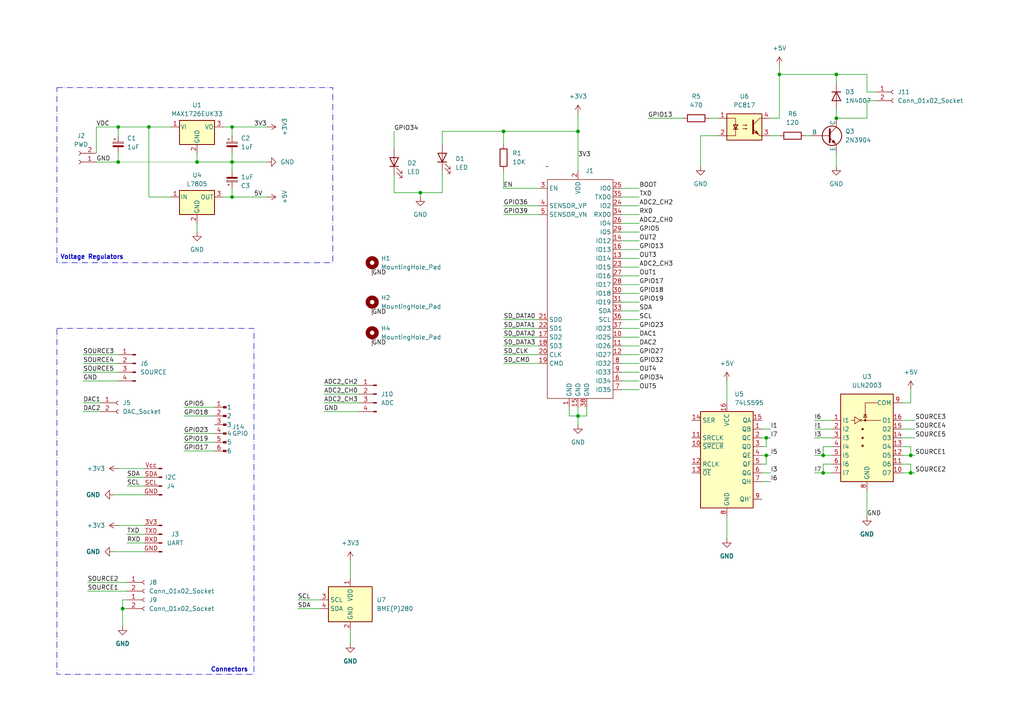
<source format=kicad_sch>
(kicad_sch (version 20231120) (generator "eeschema") (generator_version "8.0")
  (paper "A4")
  (lib_symbols
    (symbol "+5V_1" (power) (pin_numbers hide) (pin_names (offset 0) hide)
      (property "Value" "+5V" (at 0 3.556 0))
      (symbol "+5V_1_1_1"
        (pin power_in line (at 0 0 90) (length 0) (name "~") (number "1"))
      )
    )
    (symbol "+5V_2" (power) (pin_numbers hide) (pin_names (offset 0) hide)
      (property "Value" "+5V" (at 0 3.556 0))
      (symbol "+5V_2_1_1"
        (pin power_in line (at 0 0 90) (length 0) (name "~") (number "1"))
      )
    )
    (symbol "74xx:74LS595"
      (property "Reference" "U" (at -7.62 13.97 0))
      (property "Value" "74LS595" (at -7.62 -16.51 0))
      (symbol "74LS595_1_0"
        (pin tri_state line (at 10.16 7.62 180) (length 2.54) (name "QB") (number "1"))
        (pin input line (at -10.16 2.54 0) (length 2.54) (name "~{SRCLR}") (number "10"))
        (pin input line (at -10.16 5.08 0) (length 2.54) (name "SRCLK") (number "11"))
        (pin input line (at -10.16 -2.54 0) (length 2.54) (name "RCLK") (number "12"))
        (pin input line (at -10.16 -5.08 0) (length 2.54) (name "~{OE}") (number "13"))
        (pin input line (at -10.16 10.16 0) (length 2.54) (name "SER") (number "14"))
        (pin tri_state line (at 10.16 10.16 180) (length 2.54) (name "QA") (number "15"))
        (pin power_in line (at 0 15.24 270) (length 2.54) (name "VCC") (number "16"))
        (pin tri_state line (at 10.16 5.08 180) (length 2.54) (name "QC") (number "2"))
        (pin tri_state line (at 10.16 2.54 180) (length 2.54) (name "QD") (number "3"))
        (pin tri_state line (at 10.16 0 180) (length 2.54) (name "QE") (number "4"))
        (pin tri_state line (at 10.16 -2.54 180) (length 2.54) (name "QF") (number "5"))
        (pin tri_state line (at 10.16 -5.08 180) (length 2.54) (name "QG") (number "6"))
        (pin tri_state line (at 10.16 -7.62 180) (length 2.54) (name "QH") (number "7"))
        (pin power_in line (at 0 -17.78 90) (length 2.54) (name "GND") (number "8"))
        (pin output line (at 10.16 -12.7 180) (length 2.54) (name "QH'") (number "9"))
      )
    )
    (symbol "Alexander Symbol Library:BME(P)280"
      (property "Reference" "U" (at -7.62 10.16 0))
      (property "Value" "BME(P)280" (at 5.08 10.16 0))
      (symbol "BME(P)280_1_1"
        (pin power_in line (at -1.27 10.16 270) (length 2.54) (name "VDD") (number "1"))
        (pin power_out line (at -1.27 -5.08 90) (length 2.54) (name "GND") (number "2"))
        (pin input line (at -10.16 3.81 0) (length 2.54) (name "SCL") (number "3"))
        (pin bidirectional line (at -10.16 1.27 0) (length 2.54) (name "SDA") (number "4"))
      )
    )
    (symbol "Alexander_Library_Symbols:Conn_2x3" (pin_names (offset 1.016))
      (property "Reference" "J" (at 0 0 0))
      (symbol "Conn_2x3_1_1"
        (pin bidirectional line (at -2.54 -2.54 0) (length 2.54) (name "1") (number "1"))
        (pin bidirectional line (at -2.54 -5.08 0) (length 2.54) (name "2") (number "2"))
        (pin bidirectional line (at -2.54 -7.62 0) (length 2.54) (name "3") (number "3"))
        (pin bidirectional line (at -2.54 -10.16 0) (length 2.54) (name "4") (number "4"))
        (pin bidirectional line (at -2.54 -12.7 0) (length 2.54) (name "5") (number "5"))
        (pin bidirectional line (at -2.54 -15.24 0) (length 2.54) (name "6") (number "6"))
      )
    )
    (symbol "Alexander_Library_Symbols:Conn_I2C_01x04" (pin_names (offset 1.016) hide)
      (property "Reference" "J" (at 0 5.08 0))
      (property "Value" "I2C" (at 0 -7.62 0))
      (symbol "Conn_I2C_01x04_1_1"
        (pin power_out line (at 5.08 -5.08 180) (length 3.81) (name "GND") (number "GND"))
        (pin bidirectional line (at 5.08 -2.54 180) (length 3.81) (name "SCL") (number "SCL"))
        (pin bidirectional line (at 5.08 0 180) (length 3.81) (name "SDA") (number "SDA"))
        (pin power_in line (at 5.08 2.54 180) (length 3.81) (name "VCC") (number "Vcc"))
      )
    )
    (symbol "Alexander_Library_Symbols:ESP32-WROOM-32D-SOCKET"
      (property "Reference" "J" (at 0 0 0))
      (symbol "ESP32-WROOM-32D-SOCKET_1_1"
        (pin power_out line (at 6.35 -69.85 90) (length 2.54) (name "GND") (number "1"))
        (pin bidirectional line (at 21.59 -49.53 180) (length 2.54) (name "IO25") (number "10"))
        (pin bidirectional line (at 21.59 -52.07 180) (length 2.54) (name "IO26") (number "11"))
        (pin bidirectional line (at 21.59 -54.61 180) (length 2.54) (name "IO27") (number "12"))
        (pin bidirectional line (at 21.59 -26.67 180) (length 2.54) (name "IO14") (number "13"))
        (pin bidirectional line (at 21.59 -21.59 180) (length 2.54) (name "IO12") (number "14"))
        (pin power_out line (at 8.89 -69.85 90) (length 2.54) (name "GND") (number "15"))
        (pin bidirectional line (at 21.59 -24.13 180) (length 2.54) (name "IO13") (number "16"))
        (pin input line (at -2.54 -49.53 0) (length 2.54) (name "SD2") (number "17"))
        (pin input line (at -2.54 -52.07 0) (length 2.54) (name "SD3") (number "18"))
        (pin input line (at -2.54 -57.15 0) (length 2.54) (name "CMD") (number "19"))
        (pin power_in line (at 8.89 -1.27 270) (length 2.54) (name "VDD") (number "2"))
        (pin input line (at -2.54 -54.61 0) (length 2.54) (name "CLK") (number "20"))
        (pin input line (at -2.54 -44.45 0) (length 2.54) (name "SD0") (number "21"))
        (pin input line (at -2.54 -46.99 0) (length 2.54) (name "SD1") (number "22"))
        (pin bidirectional line (at 21.59 -29.21 180) (length 2.54) (name "IO15") (number "23"))
        (pin bidirectional line (at 21.59 -11.43 180) (length 2.54) (name "IO2") (number "24"))
        (pin bidirectional line (at 21.59 -6.35 180) (length 2.54) (name "IO0") (number "25"))
        (pin bidirectional line (at 21.59 -16.51 180) (length 2.54) (name "IO4") (number "26"))
        (pin bidirectional line (at 21.59 -31.75 180) (length 2.54) (name "IO16") (number "27"))
        (pin bidirectional line (at 21.59 -34.29 180) (length 2.54) (name "IO17") (number "28"))
        (pin bidirectional line (at 21.59 -19.05 180) (length 2.54) (name "IO5") (number "29"))
        (pin input line (at -2.54 -6.35 0) (length 2.54) (name "EN") (number "3"))
        (pin bidirectional line (at 21.59 -36.83 180) (length 2.54) (name "IO18") (number "30"))
        (pin bidirectional line (at 21.59 -39.37 180) (length 2.54) (name "IO19") (number "31"))
        (pin bidirectional line (at 21.59 -41.91 180) (length 2.54) (name "SDA") (number "33"))
        (pin input line (at 21.59 -13.97 180) (length 2.54) (name "RXD0") (number "34"))
        (pin output line (at 21.59 -8.89 180) (length 2.54) (name "TXD0") (number "35"))
        (pin bidirectional line (at 21.59 -44.45 180) (length 2.54) (name "SCL") (number "36"))
        (pin bidirectional line (at 21.59 -46.99 180) (length 2.54) (name "IO23") (number "37"))
        (pin power_out line (at 11.43 -69.85 90) (length 2.54) (name "GND") (number "38"))
        (pin input line (at -2.54 -11.43 0) (length 2.54) (name "SENSOR_VP") (number "4"))
        (pin input line (at -2.54 -13.97 0) (length 2.54) (name "SENSOR_VN") (number "5"))
        (pin bidirectional line (at 21.59 -62.23 180) (length 2.54) (name "IO34") (number "6"))
        (pin bidirectional line (at 21.59 -64.77 180) (length 2.54) (name "IO35") (number "7"))
        (pin bidirectional line (at 21.59 -57.15 180) (length 2.54) (name "IO32") (number "8"))
        (pin bidirectional line (at 21.59 -59.69 180) (length 2.54) (name "IO33") (number "9"))
      )
    )
    (symbol "Conn_UART_1" (pin_names (offset 1.016) hide)
      (property "Reference" "J" (at 1.27 3.81 0))
      (property "Value" "UART" (at 2.54 -10.16 0))
      (symbol "Conn_UART_1_1_1"
        (pin power_in line (at 5.08 0 180) (length 3.81) (name "3V3") (number "3V3"))
        (pin power_out line (at 5.08 -7.62 180) (length 3.81) (name "GND") (number "GND"))
        (pin input line (at 5.08 -5.08 180) (length 3.81) (name "RXD") (number "RXD"))
        (pin output line (at 5.08 -2.54 180) (length 3.81) (name "TXD") (number "TXD"))
      )
    )
    (symbol "Connector:Conn_01x02_Socket" (pin_names (offset 1.016) hide)
      (property "Reference" "J" (at 0 2.54 0))
      (property "Value" "Conn_01x02_Socket" (at 0 -5.08 0))
      (symbol "Conn_01x02_Socket_1_1"
        (pin passive line (at -5.08 0 0) (length 3.81) (name "Pin_1") (number "1"))
        (pin passive line (at -5.08 -2.54 0) (length 3.81) (name "Pin_2") (number "2"))
      )
    )
    (symbol "Connector:Conn_01x04_Pin" (pin_names (offset 1.016) hide)
      (property "Reference" "J" (at 0 5.08 0))
      (property "Value" "I2C" (at 0 -7.62 0))
      (symbol "Conn_01x04_Pin_1_1"
        (pin passive line (at 5.08 2.54 180) (length 3.81) (name "Pin_1") (number "1"))
        (pin passive line (at 5.08 0 180) (length 3.81) (name "Pin_2") (number "2"))
        (pin passive line (at 5.08 -2.54 180) (length 3.81) (name "Pin_3") (number "3"))
        (pin passive line (at 5.08 -5.08 180) (length 3.81) (name "Pin_4") (number "4"))
      )
    )
    (symbol "Connector:Conn_01x06_Socket" (pin_names (offset 1.016) hide)
      (property "Reference" "J" (at 0 7.62 0))
      (property "Value" "Conn_01x06_Socket" (at 0 -10.16 0))
      (symbol "Conn_01x06_Socket_1_1"
        (pin passive line (at -5.08 5.08 0) (length 3.81) (name "Pin_1") (number "1"))
        (pin passive line (at -5.08 2.54 0) (length 3.81) (name "Pin_2") (number "2"))
        (pin passive line (at -5.08 0 0) (length 3.81) (name "Pin_3") (number "3"))
        (pin passive line (at -5.08 -2.54 0) (length 3.81) (name "Pin_4") (number "4"))
        (pin passive line (at -5.08 -5.08 0) (length 3.81) (name "Pin_5") (number "5"))
        (pin passive line (at -5.08 -7.62 0) (length 3.81) (name "Pin_6") (number "6"))
      )
    )
    (symbol "Device:C_Polarized_Small" (pin_numbers hide) (pin_names (offset 0.254) hide)
      (property "Reference" "C" (at 0.254 1.778 0))
      (property "Value" "C_Polarized_Small" (at 0.254 -2.032 0))
      (symbol "C_Polarized_Small_1_1"
        (pin passive line (at 0 2.54 270) (length 1.8542) (name "~") (number "1"))
        (pin passive line (at 0 -2.54 90) (length 1.8542) (name "~") (number "2"))
      )
    )
    (symbol "Device:D" (pin_numbers hide) (pin_names (offset 1.016) hide)
      (property "Reference" "D" (at 0 2.54 0))
      (property "Value" "D" (at 0 -2.54 0))
      (symbol "D_1_1"
        (pin passive line (at -3.81 0 0) (length 2.54) (name "K") (number "1"))
        (pin passive line (at 3.81 0 180) (length 2.54) (name "A") (number "2"))
      )
    )
    (symbol "Device:LED" (pin_numbers hide) (pin_names (offset 1.016) hide)
      (property "Reference" "D" (at 0 2.54 0))
      (property "Value" "LED" (at 0 -2.54 0))
      (symbol "LED_1_1"
        (pin passive line (at -3.81 0 0) (length 2.54) (name "K") (number "1"))
        (pin passive line (at 3.81 0 180) (length 2.54) (name "A") (number "2"))
      )
    )
    (symbol "Device:R" (pin_numbers hide) (pin_names (offset 0))
      (property "Reference" "R" (at 2.032 0 90))
      (property "Value" "R" (at 0 0 90))
      (symbol "R_1_1"
        (pin passive line (at 0 3.81 270) (length 1.27) (name "~") (number "1"))
        (pin passive line (at 0 -3.81 90) (length 1.27) (name "~") (number "2"))
      )
    )
    (symbol "GND_1" (power) (pin_numbers hide) (pin_names (offset 0) hide)
      (property "Value" "GND" (at 0 -3.81 0))
      (symbol "GND_1_1_1"
        (pin power_in line (at 0 0 270) (length 0) (name "~") (number "1"))
      )
    )
    (symbol "GND_2" (power) (pin_numbers hide) (pin_names (offset 0) hide)
      (property "Value" "GND" (at 0 -3.81 0))
      (symbol "GND_2_1_1"
        (pin power_in line (at 0 0 270) (length 0) (name "~") (number "1"))
      )
    )
    (symbol "GND_3" (power) (pin_numbers hide) (pin_names (offset 0) hide)
      (property "Value" "GND" (at 0 -3.81 0))
      (symbol "GND_3_1_1"
        (pin power_in line (at 0 0 270) (length 0) (name "~") (number "1"))
      )
    )
    (symbol "GND_4" (power) (pin_numbers hide) (pin_names (offset 0) hide)
      (property "Value" "GND" (at 0 -3.81 0))
      (symbol "GND_4_1_1"
        (pin power_in line (at 0 0 270) (length 0) (name "~") (number "1"))
      )
    )
    (symbol "GND_5" (power) (pin_numbers hide) (pin_names (offset 0) hide)
      (property "Value" "GND" (at 0 -3.81 0))
      (symbol "GND_5_1_1"
        (pin power_in line (at 0 0 270) (length 0) (name "~") (number "1"))
      )
    )
    (symbol "GND_6" (power) (pin_numbers hide) (pin_names (offset 0) hide)
      (property "Value" "GND" (at 0 -3.81 0))
      (symbol "GND_6_1_1"
        (pin power_in line (at 0 0 270) (length 0) (name "~") (number "1"))
      )
    )
    (symbol "Isolator:4N35" (pin_names (offset 1.016))
      (property "Reference" "U" (at -5.08 5.08 0))
      (property "Value" "4N35" (at 0 5.08 0))
      (symbol "4N35_1_1"
        (pin passive line (at -7.62 2.54 0) (length 2.54) (name "~") (number "1"))
        (pin passive line (at -7.62 -2.54 0) (length 2.54) (name "~") (number "2"))
        (pin no_connect line (at -5.08 0 0) (length 2.54) hide (name "NC") (number "3"))
        (pin passive line (at 7.62 -2.54 180) (length 2.54) (name "~") (number "4"))
        (pin passive line (at 7.62 0 180) (length 2.54) (name "~") (number "5"))
        (pin passive line (at 7.62 2.54 180) (length 2.54) (name "~") (number "6"))
      )
    )
    (symbol "Isolator:PC817" (pin_names (offset 1.016))
      (property "Reference" "U" (at -5.08 5.08 0))
      (property "Value" "PC817" (at 0 5.08 0))
      (symbol "PC817_1_1"
        (pin passive line (at -7.62 2.54 0) (length 2.54) (name "~") (number "1"))
        (pin passive line (at -7.62 -2.54 0) (length 2.54) (name "~") (number "2"))
        (pin passive line (at 7.62 -2.54 180) (length 2.54) (name "~") (number "3"))
        (pin passive line (at 7.62 2.54 180) (length 2.54) (name "~") (number "4"))
      )
    )
    (symbol "Mechanical:MountingHole_Pad" (pin_numbers hide) (pin_names (offset 1.016) hide)
      (property "Reference" "H" (at 0 6.35 0))
      (property "Value" "MountingHole_Pad" (at 0 4.445 0))
      (symbol "MountingHole_Pad_1_1"
        (pin input line (at 0 -2.54 90) (length 2.54) (name "1") (number "1"))
      )
    )
    (symbol "Regulator_Linear:L7805" (pin_names (offset 0.254))
      (property "Reference" "U4" (at 0 6.35 0))
      (property "Value" "L7805" (at 0 3.81 0))
      (symbol "L7805_1_1"
        (pin power_in line (at -7.62 0 0) (length 2.54) (name "IN") (number "1"))
        (pin power_in line (at 0 -7.62 90) (length 2.54) (name "GND") (number "2"))
        (pin power_out line (at 7.62 0 180) (length 2.54) (name "OUT") (number "3"))
      )
    )
    (symbol "Regulator_Linear:LM78M05_TO220" (pin_names (offset 0.254))
      (property "Reference" "U" (at -3.81 3.175 0))
      (property "Value" "LM78M05_TO220" (at 0 3.175 0))
      (symbol "LM78M05_TO220_1_1"
        (pin power_in line (at -7.62 0 0) (length 2.54) (name "VI") (number "1"))
        (pin power_in line (at 0 -7.62 90) (length 2.54) (name "GND") (number "2"))
        (pin power_out line (at 7.62 0 180) (length 2.54) (name "VO") (number "3"))
      )
    )
    (symbol "Simulation_SPICE:NPN" (pin_numbers hide) (pin_names (offset 0))
      (property "Reference" "Q" (at -2.54 7.62 0))
      (property "Value" "NPN" (at -2.54 5.08 0))
      (symbol "NPN_1_1"
        (pin open_collector line (at 2.54 5.08 270) (length 2.54) (name "C") (number "1"))
        (pin input line (at -5.08 0 0) (length 2.54) (name "B") (number "2"))
        (pin open_emitter line (at 2.54 -5.08 90) (length 2.54) (name "E") (number "3"))
      )
    )
    (symbol "Switch:SW_Push" (pin_numbers hide) (pin_names (offset 1.016) hide)
      (property "Reference" "SW" (at 1.27 2.54 0))
      (property "Value" "SW_Push" (at 0 -1.524 0))
      (symbol "SW_Push_0_1"
        (pin passive line (at -5.08 0 0) (length 2.54) (name "1") (number "1"))
        (pin passive line (at 5.08 0 180) (length 2.54) (name "2") (number "2"))
      )
    )
    (symbol "Transistor_Array:ULN2003"
      (property "Reference" "U" (at 0 15.875 0))
      (property "Value" "ULN2003" (at 0 13.97 0))
      (symbol "ULN2003_1_1"
        (pin input line (at -10.16 5.08 0) (length 2.54) (name "I1") (number "1"))
        (pin open_collector line (at 10.16 -10.16 180) (length 2.54) (name "O7") (number "10"))
        (pin open_collector line (at 10.16 -7.62 180) (length 2.54) (name "O6") (number "11"))
        (pin open_collector line (at 10.16 -5.08 180) (length 2.54) (name "O5") (number "12"))
        (pin open_collector line (at 10.16 -2.54 180) (length 2.54) (name "O4") (number "13"))
        (pin open_collector line (at 10.16 0 180) (length 2.54) (name "O3") (number "14"))
        (pin open_collector line (at 10.16 2.54 180) (length 2.54) (name "O2") (number "15"))
        (pin open_collector line (at 10.16 5.08 180) (length 2.54) (name "O1") (number "16"))
        (pin input line (at -10.16 2.54 0) (length 2.54) (name "I2") (number "2"))
        (pin input line (at -10.16 0 0) (length 2.54) (name "I3") (number "3"))
        (pin input line (at -10.16 -2.54 0) (length 2.54) (name "I4") (number "4"))
        (pin input line (at -10.16 -5.08 0) (length 2.54) (name "I5") (number "5"))
        (pin input line (at -10.16 -7.62 0) (length 2.54) (name "I6") (number "6"))
        (pin input line (at -10.16 -10.16 0) (length 2.54) (name "I7") (number "7"))
        (pin power_in line (at 0 -15.24 90) (length 2.54) (name "GND") (number "8"))
        (pin passive line (at 10.16 10.16 180) (length 2.54) (name "COM") (number "9"))
      )
    )
    (symbol "power:+3V3" (power) (pin_names (offset 0))
      (property "Value" "+3V3" (at 0 3.556 0))
      (symbol "+3V3_1_1"
        (pin power_in line (at 0 0 90) (length 0) hide (name "+3V3") (number "1"))
      )
    )
    (symbol "power:+5V" (power) (pin_names (offset 0))
      (property "Value" "+5V" (at 0 3.556 0))
      (symbol "+5V_1_1"
        (pin power_in line (at 0 0 90) (length 0) hide (name "+5V") (number "1"))
      )
    )
    (symbol "power:GND" (power) (pin_names (offset 0))
      (property "Value" "GND" (at 0 -3.81 0))
      (symbol "GND_1_1"
        (pin power_in line (at 0 0 270) (length 0) hide (name "GND") (number "1"))
      )
    )
  )
  (junction (at 57.15 46.99))
  (junction (at 238.76 132.08))
  (junction (at 264.16 132.08))
  (junction (at 67.31 46.99))
  (junction (at 264.16 137.16))
  (junction (at 34.29 46.99))
  (junction (at 167.64 38.1))
  (junction (at 226.06 21.59))
  (junction (at 67.31 57.15))
  (junction (at 222.25 127))
  (junction (at 377.19 151.13))
  (junction (at 43.18 36.83))
  (junction (at 222.25 132.08))
  (junction (at 401.32 163.83))
  (junction (at 242.57 34.29))
  (junction (at 67.31 36.83))
  (junction (at 242.57 21.59))
  (junction (at 238.76 137.16))
  (junction (at 34.29 36.83))
  (junction (at 121.92 55.88))
  (junction (at 146.05 38.1))
  (junction (at 167.64 120.65))
  (junction (at 35.56 176.53))
  (no_connect (at 373.38 59.69))
  (wire (pts (xy 226.06 34.29) (xy 223.52 34.29)))
  (wire (pts (xy 222.25 132.08) (xy 222.25 134.62)))
  (wire (pts (xy 180.34 59.69) (xy 185.42 59.69)))
  (wire (pts (xy 57.15 64.77) (xy 57.15 67.31)))
  (wire (pts (xy 220.98 132.08) (xy 222.25 132.08)))
  (wire (pts (xy 146.05 102.87) (xy 156.21 102.87)))
  (wire (pts (xy 35.56 173.99) (xy 35.56 176.53)))
  (wire (pts (xy 36.83 140.97) (xy 41.91 140.97)))
  (wire (pts (xy 261.62 137.16) (xy 264.16 137.16)))
  (wire (pts (xy 358.14 171.45) (xy 361.95 171.45)))
  (wire (pts (xy 210.82 149.86) (xy 210.82 156.21)))
  (wire (pts (xy 25.4 168.91) (xy 36.83 168.91)))
  (wire (pts (xy 180.34 64.77) (xy 185.42 64.77)))
  (wire (pts (xy 121.92 55.88) (xy 128.27 55.88)))
  (wire (pts (xy 242.57 24.13) (xy 242.57 21.59)))
  (wire (pts (xy 377.19 151.13) (xy 382.27 151.13)))
  (wire (pts (xy 146.05 100.33) (xy 156.21 100.33)))
  (wire (pts (xy 49.53 57.15) (xy 43.18 57.15)))
  (wire (pts (xy 36.83 154.94) (xy 41.91 154.94)))
  (wire (pts (xy 242.57 21.59) (xy 251.46 21.59)))
  (wire (pts (xy 401.32 142.24) (xy 401.32 146.05)))
  (wire (pts (xy 167.64 33.02) (xy 167.64 38.1)))
  (wire (pts (xy 180.34 80.01) (xy 185.42 80.01)))
  (wire (pts (xy 180.34 82.55) (xy 185.42 82.55)))
  (wire (pts (xy 34.29 135.89) (xy 41.91 135.89)))
  (wire (pts (xy 264.16 137.16) (xy 265.43 137.16)))
  (wire (pts (xy 236.22 121.92) (xy 241.3 121.92)))
  (wire (pts (xy 389.89 151.13) (xy 393.7 151.13)))
  (wire (pts (xy 57.15 44.45) (xy 57.15 46.99)))
  (wire (pts (xy 104.14 114.3) (xy 93.98 114.3)))
  (wire (pts (xy 180.34 105.41) (xy 185.42 105.41)))
  (wire (pts (xy 261.62 121.92) (xy 265.43 121.92)))
  (wire (pts (xy 34.29 107.95) (xy 24.13 107.95)))
  (wire (pts (xy 165.1 120.65) (xy 167.64 120.65)))
  (wire (pts (xy 222.25 127) (xy 223.52 127)))
  (wire (pts (xy 67.31 44.45) (xy 67.31 46.99)))
  (wire (pts (xy 34.29 102.87) (xy 24.13 102.87)))
  (wire (pts (xy 238.76 134.62) (xy 238.76 137.16)))
  (wire (pts (xy 180.34 54.61) (xy 185.42 54.61)))
  (wire (pts (xy 53.34 125.73) (xy 62.23 125.73)))
  (wire (pts (xy 264.16 116.84) (xy 261.62 116.84)))
  (wire (pts (xy 146.05 38.1) (xy 128.27 38.1)))
  (wire (pts (xy 114.3 38.1) (xy 114.3 43.18)))
  (wire (pts (xy 53.34 128.27) (xy 62.23 128.27)))
  (wire (pts (xy 261.62 134.62) (xy 264.16 134.62)))
  (wire (pts (xy 205.74 34.29) (xy 208.28 34.29)))
  (wire (pts (xy 251.46 29.21) (xy 251.46 34.29)))
  (wire (pts (xy 180.34 107.95) (xy 185.42 107.95)))
  (wire (pts (xy 156.21 54.61) (xy 146.05 54.61)))
  (wire (pts (xy 358.14 173.99) (xy 361.95 173.99)))
  (wire (pts (xy 210.82 110.49) (xy 210.82 116.84)))
  (wire (pts (xy 165.1 118.11) (xy 165.1 120.65)))
  (wire (pts (xy 43.18 36.83) (xy 49.53 36.83)))
  (wire (pts (xy 24.13 116.84) (xy 29.21 116.84)))
  (wire (pts (xy 146.05 62.23) (xy 156.21 62.23)))
  (wire (pts (xy 146.05 38.1) (xy 146.05 41.91)))
  (wire (pts (xy 251.46 26.67) (xy 254 26.67)))
  (wire (pts (xy 53.34 120.65) (xy 62.23 120.65)))
  (wire (pts (xy 35.56 176.53) (xy 36.83 176.53)))
  (wire (pts (xy 34.29 152.4) (xy 41.91 152.4)))
  (wire (pts (xy 34.29 36.83) (xy 34.29 39.37)))
  (wire (pts (xy 264.16 129.54) (xy 264.16 132.08)))
  (wire (pts (xy 34.29 44.45) (xy 34.29 46.99)))
  (wire (pts (xy 121.92 57.15) (xy 121.92 55.88)))
  (wire (pts (xy 167.64 120.65) (xy 167.64 123.19)))
  (wire (pts (xy 146.05 95.25) (xy 156.21 95.25)))
  (wire (pts (xy 236.22 137.16) (xy 238.76 137.16)))
  (wire (pts (xy 264.16 113.03) (xy 264.16 116.84)))
  (wire (pts (xy 25.4 171.45) (xy 36.83 171.45)))
  (wire (pts (xy 233.68 39.37) (xy 234.95 39.37)))
  (wire (pts (xy 146.05 92.71) (xy 156.21 92.71)))
  (wire (pts (xy 180.34 110.49) (xy 185.42 110.49)))
  (wire (pts (xy 220.98 129.54) (xy 222.25 129.54)))
  (wire (pts (xy 373.38 64.77) (xy 384.81 64.77)))
  (wire (pts (xy 24.13 110.49) (xy 34.29 110.49)))
  (wire (pts (xy 220.98 137.16) (xy 223.52 137.16)))
  (wire (pts (xy 128.27 49.53) (xy 128.27 55.88)))
  (wire (pts (xy 43.18 36.83) (xy 43.18 57.15)))
  (wire (pts (xy 354.33 59.69) (xy 358.14 59.69)))
  (wire (pts (xy 36.83 173.99) (xy 35.56 173.99)))
  (wire (pts (xy 67.31 57.15) (xy 77.47 57.15)))
  (wire (pts (xy 67.31 46.99) (xy 77.47 46.99)))
  (wire (pts (xy 261.62 127) (xy 265.43 127)))
  (wire (pts (xy 401.32 156.21) (xy 401.32 163.83)))
  (wire (pts (xy 180.34 95.25) (xy 185.42 95.25)))
  (wire (pts (xy 128.27 38.1) (xy 128.27 41.91)))
  (wire (pts (xy 180.34 102.87) (xy 185.42 102.87)))
  (wire (pts (xy 251.46 21.59) (xy 251.46 26.67)))
  (wire (pts (xy 64.77 57.15) (xy 67.31 57.15)))
  (wire (pts (xy 236.22 127) (xy 241.3 127)))
  (wire (pts (xy 86.36 176.53) (xy 92.71 176.53)))
  (wire (pts (xy 261.62 129.54) (xy 264.16 129.54)))
  (wire (pts (xy 41.91 143.51) (xy 33.02 143.51)))
  (wire (pts (xy 261.62 124.46) (xy 265.43 124.46)))
  (wire (pts (xy 242.57 21.59) (xy 226.06 21.59)))
  (wire (pts (xy 36.83 157.48) (xy 41.91 157.48)))
  (wire (pts (xy 223.52 39.37) (xy 226.06 39.37)))
  (wire (pts (xy 146.05 38.1) (xy 167.64 38.1)))
  (wire (pts (xy 114.3 55.88) (xy 121.92 55.88)))
  (wire (pts (xy 67.31 46.99) (xy 67.31 49.53)))
  (wire (pts (xy 180.34 57.15) (xy 185.42 57.15)))
  (wire (pts (xy 64.77 36.83) (xy 67.31 36.83)))
  (wire (pts (xy 241.3 134.62) (xy 238.76 134.62)))
  (wire (pts (xy 180.34 100.33) (xy 185.42 100.33)))
  (wire (pts (xy 114.3 50.8) (xy 114.3 55.88)))
  (wire (pts (xy 251.46 142.24) (xy 251.46 149.86)))
  (wire (pts (xy 358.14 166.37) (xy 361.95 166.37)))
  (wire (pts (xy 238.76 137.16) (xy 241.3 137.16)))
  (wire (pts (xy 57.15 46.99) (xy 67.31 46.99)))
  (wire (pts (xy 401.32 163.83) (xy 401.32 172.72)))
  (wire (pts (xy 358.14 168.91) (xy 361.95 168.91)))
  (wire (pts (xy 373.38 62.23) (xy 384.81 62.23)))
  (wire (pts (xy 180.34 87.63) (xy 185.42 87.63)))
  (wire (pts (xy 146.05 105.41) (xy 156.21 105.41)))
  (wire (pts (xy 238.76 132.08) (xy 241.3 132.08)))
  (wire (pts (xy 67.31 39.37) (xy 67.31 36.83)))
  (wire (pts (xy 86.36 173.99) (xy 92.71 173.99)))
  (wire (pts (xy 180.34 62.23) (xy 185.42 62.23)))
  (wire (pts (xy 220.98 124.46) (xy 223.52 124.46)))
  (wire (pts (xy 27.94 36.83) (xy 34.29 36.83)))
  (wire (pts (xy 180.34 72.39) (xy 185.42 72.39)))
  (wire (pts (xy 180.34 90.17) (xy 185.42 90.17)))
  (wire (pts (xy 401.32 163.83) (xy 393.7 163.83)))
  (wire (pts (xy 377.19 142.24) (xy 377.19 151.13)))
  (wire (pts (xy 146.05 59.69) (xy 156.21 59.69)))
  (wire (pts (xy 242.57 44.45) (xy 242.57 48.26)))
  (wire (pts (xy 41.91 160.02) (xy 33.02 160.02)))
  (wire (pts (xy 180.34 77.47) (xy 185.42 77.47)))
  (wire (pts (xy 254 29.21) (xy 251.46 29.21)))
  (wire (pts (xy 339.09 59.69) (xy 346.71 59.69)))
  (wire (pts (xy 101.6 162.56) (xy 101.6 167.64)))
  (wire (pts (xy 236.22 132.08) (xy 238.76 132.08)))
  (wire (pts (xy 53.34 130.81) (xy 62.23 130.81)))
  (wire (pts (xy 180.34 69.85) (xy 185.42 69.85)))
  (wire (pts (xy 180.34 97.79) (xy 185.42 97.79)))
  (wire (pts (xy 180.34 113.03) (xy 185.42 113.03)))
  (wire (pts (xy 226.06 21.59) (xy 226.06 34.29)))
  (wire (pts (xy 67.31 54.61) (xy 67.31 57.15)))
  (wire (pts (xy 167.64 38.1) (xy 167.64 49.53)))
  (wire (pts (xy 384.81 163.83) (xy 386.08 163.83)))
  (wire (pts (xy 355.6 69.85) (xy 355.6 64.77)))
  (wire (pts (xy 264.16 134.62) (xy 264.16 137.16)))
  (wire (pts (xy 203.2 39.37) (xy 208.28 39.37)))
  (wire (pts (xy 180.34 74.93) (xy 185.42 74.93)))
  (wire (pts (xy 24.13 119.38) (xy 29.21 119.38)))
  (wire (pts (xy 35.56 176.53) (xy 35.56 181.61)))
  (wire (pts (xy 170.18 120.65) (xy 167.64 120.65)))
  (wire (pts (xy 241.3 129.54) (xy 238.76 129.54)))
  (wire (pts (xy 377.19 168.91) (xy 377.19 172.72)))
  (wire (pts (xy 238.76 129.54) (xy 238.76 132.08)))
  (wire (pts (xy 264.16 132.08) (xy 265.43 132.08)))
  (wire (pts (xy 187.96 34.29) (xy 198.12 34.29)))
  (wire (pts (xy 180.34 67.31) (xy 185.42 67.31)))
  (wire (pts (xy 220.98 127) (xy 222.25 127)))
  (wire (pts (xy 358.14 163.83) (xy 361.95 163.83)))
  (wire (pts (xy 236.22 124.46) (xy 241.3 124.46)))
  (wire (pts (xy 170.18 118.11) (xy 170.18 120.65)))
  (wire (pts (xy 104.14 111.76) (xy 93.98 111.76)))
  (wire (pts (xy 180.34 85.09) (xy 185.42 85.09)))
  (wire (pts (xy 242.57 31.75) (xy 242.57 34.29)))
  (wire (pts (xy 53.34 118.11) (xy 62.23 118.11)))
  (wire (pts (xy 36.83 138.43) (xy 41.91 138.43)))
  (wire (pts (xy 180.34 92.71) (xy 185.42 92.71)))
  (wire (pts (xy 34.29 36.83) (xy 43.18 36.83)))
  (wire (pts (xy 358.14 161.29) (xy 361.95 161.29)))
  (wire (pts (xy 93.98 119.38) (xy 104.14 119.38)))
  (wire (pts (xy 146.05 97.79) (xy 156.21 97.79)))
  (wire (pts (xy 377.19 151.13) (xy 377.19 158.75)))
  (wire (pts (xy 146.05 49.53) (xy 146.05 54.61)))
  (wire (pts (xy 220.98 134.62) (xy 222.25 134.62)))
  (wire (pts (xy 220.98 139.7) (xy 223.52 139.7)))
  (wire (pts (xy 101.6 182.88) (xy 101.6 186.69)))
  (wire (pts (xy 226.06 19.05) (xy 226.06 21.59)))
  (wire (pts (xy 261.62 132.08) (xy 264.16 132.08)))
  (wire (pts (xy 67.31 36.83) (xy 77.47 36.83)))
  (wire (pts (xy 27.94 46.99) (xy 34.29 46.99)))
  (wire (pts (xy 34.29 105.41) (xy 24.13 105.41)))
  (wire (pts (xy 355.6 64.77) (xy 358.14 64.77)))
  (wire (pts (xy 251.46 34.29) (xy 242.57 34.29)))
  (wire (pts (xy 222.25 132.08) (xy 223.52 132.08)))
  (wire (pts (xy 203.2 48.26) (xy 203.2 39.37)))
  (wire (pts (xy 167.64 118.11) (xy 167.64 120.65)))
  (wire (pts (xy 222.25 129.54) (xy 222.25 127)))
  (wire (pts (xy 104.14 116.84) (xy 93.98 116.84)))
  (wire (pts (xy 34.29 46.99) (xy 57.15 46.99)) (stroke (width 0.0254)))
  (wire (pts (xy 27.94 36.83) (xy 27.94 44.45)))
  (rectangle (start 328.93 137.16) (end 412.75 186.69) (stroke (width 0) (type dash_dot)))
  (rectangle (start 16.51 95.25) (end 73.66 195.58) (stroke (width 0) (type dash_dot)))
  (rectangle (start 16.51 25.4) (end 96.52 76.2) (stroke (width 0) (type dash_dot)))
  (text "Voltage Regulators" (at 26.67 73.914 0) (effects (font (size 1.27 1.27) (thickness 0.254) (bold yes)) (justify top)))
  (text "UART Programmer" (at 401.828 184.912 0) (effects (font (size 1.27 1.27))))
  (text "Connectors\n" (at 66.548 194.31 0) (effects (font (size 1.27 1.27) (thickness 0.254) (bold yes))))
  (label "SOURCE5" (at 265.43 127 0))
  (label "GND" (at 107.95 80.01 0))
  (label "GND" (at 24.13 110.49 0))
  (label "SOURCE3" (at 24.13 102.87 0))
  (label "SOURCE4" (at 24.13 105.41 0))
  (label "SD_DATA1" (at 146.05 95.25 0))
  (label "SOURCE1" (at 25.4 171.45 0))
  (label "I7" (at 223.52 127 0))
  (label "TXD" (at 361.95 166.37 0))
  (label "GPIO27" (at 185.42 102.87 0))
  (label "GPIO5" (at 185.42 67.31 0))
  (label "SOURCE5" (at 24.13 107.95 0))
  (label "RTS" (at 401.32 172.72 0))
  (label "ADC2_CH2" (at 185.42 59.69 0))
  (label "OUT1" (at 185.42 80.01 0))
  (label "I3" (at 223.52 137.16 0))
  (label "OUT2" (at 185.42 69.85 0))
  (label "3V3" (at 361.95 161.29 0))
  (label "SD_DATA0" (at 146.05 92.71 0))
  (label "EN" (at 401.32 142.24 0))
  (label "GPIO23" (at 185.42 95.25 0))
  (label "VDC" (at 27.94 36.83 0))
  (label "GPIO13" (at 185.42 72.39 0))
  (label "SCL" (at 86.36 173.99 0))
  (label "SD_CLK" (at 146.05 102.87 0))
  (label "DAC2" (at 24.13 119.38 0))
  (label "TXD" (at 185.42 57.15 0))
  (label "I1" (at 236.22 124.46 0))
  (label "ADC2_CH2" (at 93.98 111.76 0))
  (label "SDA" (at 185.42 90.17 0))
  (label "SD_CMD" (at 146.05 105.41 0))
  (label "ADC2_CH0" (at 93.98 114.3 0))
  (label "SD_DATA3" (at 146.05 100.33 0))
  (label "I5" (at 223.52 132.08 0))
  (label "GPIO17" (at 185.42 82.55 0))
  (label "GPIO23" (at 53.34 125.73 0))
  (label "GPIO5" (at 53.34 118.11 0))
  (label "DTR" (at 377.19 142.24 0))
  (label "GPIO13" (at 187.96 34.29 0))
  (label "SD_DATA2" (at 146.05 97.79 0))
  (label "GPIO34" (at 185.42 110.49 0))
  (label "OUT3" (at 185.42 74.93 0))
  (label "GND" (at 93.98 119.38 0))
  (label "RTS" (at 361.95 171.45 0))
  (label "SCL" (at 185.42 92.71 0))
  (label "GPIO18" (at 185.42 85.09 0))
  (label "GPIO34" (at 114.3 38.1 0))
  (label "V1-" (at 374.65 64.77 0))
  (label "BOOT" (at 377.19 172.72 0))
  (label "RXD" (at 36.83 157.48 0))
  (label "GPIO27" (at 339.09 59.69 0))
  (label "SCL" (at 36.83 140.97 0))
  (label "GND" (at 361.95 163.83 0))
  (label "OUT4" (at 185.42 107.95 0))
  (label "I6" (at 236.22 121.92 0))
  (label "3V3" (at 167.64 45.72 0))
  (label "ADC2_CH3" (at 185.42 77.47 0))
  (label "OUT5" (at 185.42 113.03 0))
  (label "GPIO39" (at 146.05 62.23 0))
  (label "I5" (at 236.22 132.08 0))
  (label "SOURCE1" (at 265.43 132.08 0))
  (label "GND" (at 107.95 91.44 0))
  (label "GPIO17" (at 53.34 130.81 0))
  (label "GPIO18" (at 53.34 120.65 0))
  (label "SOURCE2" (at 265.43 137.16 0))
  (label "BOOT" (at 185.42 54.61 0))
  (label "RXD" (at 361.95 168.91 0))
  (label "SOURCE3" (at 265.43 121.92 0))
  (label "DTR" (at 361.95 173.99 0))
  (label "ADC2_CH0" (at 185.42 64.77 0))
  (label "5V" (at 73.66 57.15 0))
  (label "ADC2_CH3" (at 93.98 116.84 0))
  (label "GND" (at 107.95 100.33 0))
  (label "GPIO32" (at 185.42 105.41 0))
  (label "DAC2" (at 185.42 100.33 0))
  (label "SDA" (at 86.36 176.53 0))
  (label "DAC1" (at 185.42 97.79 0))
  (label "3V3" (at 73.66 36.83 0))
  (label "SDA" (at 36.83 138.43 0))
  (label "GPIO19" (at 53.34 128.27 0))
  (label "GPIO36" (at 146.05 59.69 0))
  (label "GPIO19" (at 185.42 87.63 0))
  (label "I3" (at 236.22 127 0))
  (label "GND" (at 27.94 46.99 0))
  (label "I1" (at 223.52 124.46 0))
  (label "V1+" (at 374.65 62.23 0))
  (label "DAC1" (at 24.13 116.84 0))
  (label "EN" (at 146.05 54.61 0))
  (label "I6" (at 223.52 139.7 0))
  (label "GND" (at 251.46 149.86 0))
  (label "SOURCE4" (at 265.43 124.46 0))
  (label "I7" (at 236.22 137.16 0))
  (label "TXD" (at 36.83 154.94 0))
  (label "SOURCE2" (at 25.4 168.91 0))
  (label "RXD" (at 185.42 62.23 0))
  (symbol (lib_id "Connector:Conn_01x02_Socket") (at 34.29 116.84 0) (unit 1)
    (property "Reference" "J5" (at 35.56 116.84 0) (effects (justify left)))
    (property "Value" "DAC_Socket" (at 35.56 119.38 0) (effects (justify left)))
    (property "Footprint" "Connector_PinSocket_2.54mm:PinSocket_1x02_P2.54mm_Vertical" (effects (hide yes)))
  )
  (symbol (lib_id "power:GND") (at 77.47 46.99 90) (unit 1)
    (property "Reference" "#PWR03" (effects (hide yes)))
    (property "Value" "GND" (at 81.28 46.9899 90) (effects (justify right)))
  )
  (symbol (lib_id "Device:R") (at 389.89 163.83 270) (unit 1) (on_board no)
    (property "Reference" "R3" (at 389.89 157.48 90))
    (property "Value" "10K" (at 389.89 160.02 90))
    (property "Footprint" "Resistor_SMD:R_1210_3225Metric_Pad1.30x2.65mm_HandSolder" (effects (hide yes)))
    (property "Description" "Resistor" (effects (hide yes)))
  )
  (symbol (lib_id "Connector:Conn_01x04_Pin") (at 109.22 114.3 0) (mirror y) (unit 1)
    (property "Reference" "J10" (at 110.49 114.2999 0) (effects (justify right)))
    (property "Value" "ADC" (at 110.49 116.8399 0) (effects (justify right)))
    (property "Footprint" "Connector_PinSocket_2.54mm:PinSocket_1x04_P2.54mm_Vertical" (effects (hide yes)))
  )
  (symbol (lib_id "power:+3V3") (at 101.6 162.56 0) (unit 1)
    (property "Reference" "#PWR022" (effects (hide yes)))
    (property "Value" "+3V3" (at 101.6 157.48 0))
  )
  (symbol (lib_id "power:+3V3") (at 34.29 152.4 90) (unit 1)
    (property "Reference" "#PWR06" (effects (hide yes)))
    (property "Value" "+3V3" (at 30.48 152.3999 90) (effects (justify left)))
  )
  (symbol (lib_id "Alexander Symbol Library:BME(P)280") (at 102.87 177.8 0) (unit 1)
    (property "Reference" "U7" (at 109.22 173.9899 0) (effects (justify left)))
    (property "Value" "BME(P)280" (at 109.22 176.5299 0) (effects (justify left)))
    (property "Footprint" "Alexander Footprint Library:BME280_BMP280_I2C" (effects (hide yes)))
    (property "Description" "Absolute Barometric Pressure Sensor" (effects (hide yes)))
  )
  (symbol (lib_id "Device:LED") (at 114.3 46.99 90) (unit 1)
    (property "Reference" "D2" (at 118.11 47.3074 90) (effects (justify right)))
    (property "Value" "LED" (at 118.11 49.8474 90) (effects (justify right)))
    (property "Footprint" "LED_SMD:LED_1210_3225Metric_Pad1.42x2.65mm_HandSolder" (effects (hide yes)))
    (property "Description" "Light emitting diode" (effects (hide yes)))
  )
  (symbol (lib_id "power:+3V3") (at 34.29 135.89 90) (unit 1)
    (property "Reference" "#PWR08" (effects (hide yes)))
    (property "Value" "+3V3" (at 30.48 135.89 90) (effects (justify left)))
  )
  (symbol (lib_id "power:+5V") (at 264.16 113.03 0) (unit 1)
    (property "Reference" "#PWR012" (effects (hide yes)))
    (property "Value" "+5V" (at 264.16 107.95 0))
  )
  (symbol (lib_id "Transistor_Array:ULN2003") (at 251.46 127 0) (unit 1)
    (property "Reference" "U3" (at 251.46 109.22 0))
    (property "Value" "ULN2003" (at 251.46 111.76 0))
    (property "Footprint" "Package_DIP:DIP-16_W7.62mm" (effects (hide yes)))
    (property "Datasheet" "http://www.ti.com/lit/ds/symlink/uln2003a.pdf" (effects (hide yes)))
  )
  (symbol (lib_id "Device:D") (at 242.57 27.94 270) (unit 1) (on_board no)
    (property "Reference" "D3" (at 245.11 26.6699 90) (effects (justify left)))
    (property "Value" "1N4007" (at 245.11 29.2099 90) (effects (justify left)))
    (property "Description" "Diode" (effects (hide yes)))
    (property "Sim.Device" "D" (effects (hide yes)))
    (property "Sim.Pins" "1=K 2=A" (effects (hide yes)))
  )
  (symbol (lib_id "Device:R") (at 386.08 151.13 270) (unit 1) (on_board no)
    (property "Reference" "R4" (at 386.08 144.78 90))
    (property "Value" "10K" (at 386.08 147.32 90))
    (property "Footprint" "Resistor_SMD:R_1210_3225Metric_Pad1.30x2.65mm_HandSolder" (effects (hide yes)))
    (property "Description" "Resistor" (effects (hide yes)))
  )
  (symbol (lib_name "Conn_UART_1") (lib_id "Alexander_Library_Symbols:Conn_UART") (at 46.99 152.4 0) (mirror y) (unit 1)
    (property "Reference" "J3" (at 50.8 154.94 0))
    (property "Value" "UART" (at 50.8 157.48 0))
    (property "Footprint" "Alexander Footprints Library:Conn_UART" (effects (hide yes)))
  )
  (symbol (lib_id "Device:C_Polarized_Small") (at 67.31 52.07 0) (mirror x) (unit 1)
    (property "Reference" "C3" (at 69.85 53.8861 0) (effects (justify left)))
    (property "Value" "1uF" (at 69.85 51.3461 0) (effects (justify left)))
    (property "Footprint" "Capacitor_THT:CP_Radial_D4.0mm_P2.00mm" (effects (hide yes)))
  )
  (symbol (lib_id "Device:C_Polarized_Small") (at 34.29 41.91 0) (unit 1)
    (property "Reference" "C1" (at 36.83 40.0939 0) (effects (justify left)))
    (property "Value" "1uF" (at 36.83 42.6339 0) (effects (justify left)))
    (property "Footprint" "Capacitor_THT:CP_Radial_D4.0mm_P2.00mm" (effects (hide yes)))
  )
  (symbol (lib_id "Device:R") (at 350.52 59.69 90) (unit 1) (on_board no)
    (property "Reference" "R2" (at 350.52 53.34 90))
    (property "Value" "1K" (at 350.52 55.88 90))
    (property "Footprint" "Resistor_SMD:R_1210_3225Metric_Pad1.30x2.65mm_HandSolder" (effects (hide yes)))
  )
  (symbol (lib_name "GND_6") (lib_id "power:GND") (at 203.2 48.26 0) (unit 1)
    (property "Reference" "#PWR020" (effects (hide yes)))
    (property "Value" "GND" (at 203.2 53.34 0))
    (property "Description" "Power symbol creates a global label with name \"GND\" , ground" (effects (hide yes)))
  )
  (symbol (lib_name "GND_5") (lib_id "power:GND") (at 242.57 48.26 0) (unit 1)
    (property "Reference" "#PWR019" (effects (hide yes)))
    (property "Value" "GND" (at 242.57 53.34 0))
    (property "Description" "Power symbol creates a global label with name \"GND\" , ground" (effects (hide yes)))
  )
  (symbol (lib_id "power:GND") (at 33.02 143.51 270) (unit 1)
    (property "Reference" "#PWR09" (effects (hide yes)))
    (property "Value" "GND" (at 29.21 143.51 90) (effects (font (bold yes)) (justify right)))
  )
  (symbol (lib_name "GND_4") (lib_id "power:GND") (at 210.82 156.21 0) (unit 1)
    (property "Reference" "#PWR016" (effects (hide yes)))
    (property "Value" "GND" (at 210.82 161.29 0) (effects (font (bold yes))))
    (property "Description" "Power symbol creates a global label with name \"GND\" , ground" (effects (hide yes)))
  )
  (symbol (lib_id "power:GND") (at 33.02 160.02 270) (unit 1)
    (property "Reference" "#PWR07" (effects (hide yes)))
    (property "Value" "GND" (at 29.21 160.02 90) (effects (font (bold yes)) (justify right)))
  )
  (symbol (lib_id "74xx:74LS595") (at 210.82 132.08 0) (unit 1)
    (property "Reference" "U5" (at 213.0141 114.3 0) (effects (justify left)))
    (property "Value" "74LS595" (at 213.0141 116.84 0) (effects (justify left)))
    (property "Footprint" "Package_DIP:DIP-16_W7.62mm" (effects (hide yes)))
    (property "Datasheet" "http://www.ti.com/lit/gpn/sn74ls595" (effects (hide yes)))
    (property "Description" "8-bit serial in/out Shift Register 3-State Outputs" (effects (hide yes)))
  )
  (symbol (lib_id "Connector:Conn_01x02_Socket") (at 389.89 62.23 0) (unit 1)
    (property "Reference" "J12" (at 391.16 62.2299 0) (effects (justify left)))
    (property "Value" "Conn_01x02_Socket" (at 391.16 64.7699 0) (effects (justify left)))
    (property "Footprint" "Connector_PinSocket_2.54mm:PinSocket_1x02_P2.54mm_Vertical" (effects (hide yes)))
    (property "Description" "Generic connector, single row, 01x02, script generated" (effects (hide yes)))
  )
  (symbol (lib_id "Mechanical:MountingHole_Pad") (at 107.95 88.9 0) (unit 1)
    (property "Reference" "H2" (at 110.49 86.36 0) (effects (justify left)))
    (property "Value" "MountingHole_Pad" (at 110.49 88.9 0) (effects (justify left)))
    (property "Footprint" "MountingHole:MountingHole_3mm" (effects (hide yes)))
  )
  (symbol (lib_id "power:GND") (at 251.46 149.86 0) (unit 1)
    (property "Reference" "#PWR010" (effects (hide yes)))
    (property "Value" "GND" (at 251.46 154.94 0) (effects (font (bold yes))))
  )
  (symbol (lib_name "GND_3") (lib_id "power:GND") (at 121.92 57.15 0) (unit 1)
    (property "Reference" "#PWR015" (effects (hide yes)))
    (property "Value" "GND" (at 121.92 62.23 0))
    (property "Description" "Power symbol creates a global label with name \"GND\" , ground" (effects (hide yes)))
  )
  (symbol (lib_id "Connector:Conn_01x02_Socket") (at 41.91 173.99 0) (unit 1)
    (property "Reference" "J9" (at 43.18 173.99 0) (effects (justify left)))
    (property "Value" "Conn_01x02_Socket" (at 43.18 176.53 0) (effects (justify left)))
    (property "Footprint" "Alexander Footprints Library:Conn_Terminal_5mm" (effects (hide yes)))
  )
  (symbol (lib_id "Connector:Conn_01x04_Pin") (at 39.37 105.41 0) (mirror y) (unit 1)
    (property "Reference" "J6" (at 40.64 105.4099 0) (effects (justify right)))
    (property "Value" "SOURCE" (at 40.64 107.9499 0) (effects (justify right)))
    (property "Footprint" "Connector_PinSocket_2.54mm:PinSocket_1x04_P2.54mm_Vertical" (effects (hide yes)))
  )
  (symbol (lib_name "GND_1") (lib_id "power:GND") (at 35.56 181.61 0) (unit 1)
    (property "Reference" "#PWR014" (effects (hide yes)))
    (property "Value" "GND" (at 35.56 186.69 0) (effects (font (bold yes))))
    (property "Description" "Power symbol creates a global label with name \"GND\" , ground" (effects (hide yes)))
  )
  (symbol (lib_id "Connector:Conn_01x02_Socket") (at 41.91 168.91 0) (unit 1)
    (property "Reference" "J8" (at 43.18 168.91 0) (effects (justify left)))
    (property "Value" "Conn_01x02_Socket" (at 43.18 171.45 0) (effects (justify left)))
    (property "Footprint" "Alexander Footprints Library:Conn_Terminal_5mm" (effects (hide yes)))
  )
  (symbol (lib_id "Connector:Conn_01x02_Socket") (at 22.86 46.99 180) (unit 1)
    (property "Reference" "J2" (at 23.495 39.37 0))
    (property "Value" "PWD" (at 23.495 41.91 0))
    (property "Footprint" "Connector_PinSocket_2.54mm:PinSocket_1x02_P2.54mm_Vertical" (effects (hide yes)))
  )
  (symbol (lib_id "Regulator_Linear:L7805") (at 57.15 57.15 0) (unit 1)
    (property "Reference" "U4" (at 57.15 50.8 0))
    (property "Value" "L7805" (at 57.15 53.34 0))
    (property "Footprint" "Alexander Footprints Library:LD1117" (effects (hide yes)))
    (property "Datasheet" "datasheets/Voltage-Regulator_L7805.pdf" (effects (hide yes)))
    (property "Description" "Voltage Regulator 1.5A Positive" (effects (hide yes)))
  )
  (symbol (lib_id "Device:LED") (at 128.27 45.72 90) (unit 1)
    (property "Reference" "D1" (at 132.08 46.0374 90) (effects (justify right)))
    (property "Value" "LED" (at 132.08 48.5774 90) (effects (justify right)))
    (property "Footprint" "LED_SMD:LED_1210_3225Metric_Pad1.42x2.65mm_HandSolder" (effects (hide yes)))
    (property "Description" "Light emitting diode" (effects (hide yes)))
  )
  (symbol (lib_id "Simulation_SPICE:NPN") (at 398.78 151.13 0) (unit 1) (on_board no)
    (property "Reference" "Q1" (at 403.86 149.8599 0) (effects (justify left)))
    (property "Value" "NPN" (at 403.86 152.3999 0) (effects (justify left)))
    (property "Footprint" "Package_TO_SOT_THT:TO-92_Inline_W4.0mm_Horizontal_FlatSideDown" (effects (hide yes)))
    (property "Datasheet" "https://ngspice.sourceforge.io/docs/ngspice-html-manual/manual.xhtml#cha_BJTs" (effects (hide yes)))
    (property "Description" "Bipolar transistor symbol for simulation only, substrate tied to the emitter" (effects (hide yes)))
    (property "Sim.Device" "NPN" (effects (hide yes)))
    (property "Sim.Type" "GUMMELPOON" (effects (hide yes)))
    (property "Sim.Pins" "1=C 2=B 3=E" (effects (hide yes)))
  )
  (symbol (lib_name "+5V_2") (lib_id "power:+5V") (at 226.06 19.05 0) (unit 1)
    (property "Reference" "#PWR018" (effects (hide yes)))
    (property "Value" "+5V" (at 226.06 13.97 0))
    (property "Description" "Power symbol creates a global label with name \"+5V\"" (effects (hide yes)))
  )
  (symbol (lib_id "Device:R") (at 201.93 34.29 270) (unit 1) (on_board no)
    (property "Reference" "R5" (at 201.93 27.94 90))
    (property "Value" "470" (at 201.93 30.48 90))
    (property "Footprint" "Resistor_SMD:R_1206_3216Metric_Pad1.30x1.75mm_HandSolder" (effects (hide yes)))
    (property "Description" "Resistor" (effects (hide yes)))
  )
  (symbol (lib_id "power:GND") (at 57.15 67.31 0) (unit 1)
    (property "Reference" "#PWR013" (effects (hide yes)))
    (property "Value" "GND" (at 57.15 72.39 0))
  )
  (symbol (lib_id "Device:C_Polarized_Small") (at 67.31 41.91 0) (unit 1)
    (property "Reference" "C2" (at 69.85 40.0939 0) (effects (justify left)))
    (property "Value" "1uF" (at 69.85 42.6339 0) (effects (justify left)))
    (property "Footprint" "Capacitor_THT:CP_Radial_D4.0mm_P2.00mm" (effects (hide yes)))
  )
  (symbol (lib_id "Connector:Conn_01x02_Socket") (at 259.08 26.67 0) (unit 1)
    (property "Reference" "J11" (at 260.35 26.6699 0) (effects (justify left)))
    (property "Value" "Conn_01x02_Socket" (at 260.35 29.2099 0) (effects (justify left)))
    (property "Footprint" "Connector_PinSocket_2.54mm:PinSocket_1x02_P2.54mm_Vertical" (effects (hide yes)))
    (property "Description" "Generic connector, single row, 01x02, script generated" (effects (hide yes)))
  )
  (symbol (lib_id "Switch:SW_Push") (at 398.78 52.07 0) (unit 1)
    (property "Reference" "SW1" (at 398.78 44.45 0))
    (property "Value" "SW_Push" (at 398.78 46.99 0))
    (property "Description" "Push button switch, generic, two pins" (effects (hide yes)))
  )
  (symbol (lib_id "power:+3V3") (at 167.64 33.02 0) (unit 1)
    (property "Reference" "#PWR02" (effects (hide yes)))
    (property "Value" "+3V3" (at 167.64 27.94 0))
  )
  (symbol (lib_id "Simulation_SPICE:NPN") (at 379.73 163.83 180) (unit 1) (on_board no)
    (property "Reference" "Q2" (at 374.65 165.1001 0) (effects (justify left)))
    (property "Value" "NPN" (at 374.65 162.5601 0) (effects (justify left)))
    (property "Footprint" "Package_TO_SOT_THT:TO-92_Inline_W4.0mm_Horizontal_FlatSideDown" (effects (hide yes)))
    (property "Datasheet" "https://ngspice.sourceforge.io/docs/ngspice-html-manual/manual.xhtml#cha_BJTs" (effects (hide yes)))
    (property "Description" "Bipolar transistor symbol for simulation only, substrate tied to the emitter" (effects (hide yes)))
    (property "Sim.Device" "NPN" (effects (hide yes)))
    (property "Sim.Type" "GUMMELPOON" (effects (hide yes)))
    (property "Sim.Pins" "1=C 2=B 3=E" (effects (hide yes)))
  )
  (symbol (lib_id "Simulation_SPICE:NPN") (at 240.03 39.37 0) (unit 1) (on_board no)
    (property "Reference" "Q3" (at 245.11 38.0999 0) (effects (justify left)))
    (property "Value" "2N3904" (at 245.11 40.6399 0) (effects (justify left)))
    (property "Footprint" "Package_TO_SOT_THT:TO-92" (effects (hide yes)))
    (property "Datasheet" "https://ngspice.sourceforge.io/docs/ngspice-html-manual/manual.xhtml#cha_BJTs" (effects (hide yes)))
    (property "Description" "Bipolar transistor symbol for simulation only, substrate tied to the emitter" (effects (hide yes)))
    (property "Sim.Device" "NPN" (effects (hide yes)))
    (property "Sim.Type" "GUMMELPOON" (effects (hide yes)))
    (property "Sim.Pins" "1=C 2=B 3=E" (effects (hide yes)))
  )
  (symbol (lib_id "power:+5V") (at 77.47 57.15 270) (unit 1)
    (property "Reference" "#PWR05" (effects (hide yes)))
    (property "Value" "+5V" (at 82.55 57.15 0))
  )
  (symbol (lib_id "Mechanical:MountingHole_Pad") (at 107.95 77.47 0) (unit 1)
    (property "Reference" "H1" (at 110.49 74.93 0) (effects (justify left)))
    (property "Value" "MountingHole_Pad" (at 110.49 77.47 0) (effects (justify left)))
    (property "Footprint" "MountingHole:MountingHole_3mm" (effects (hide yes)))
  )
  (symbol (lib_id "Device:R") (at 229.87 39.37 270) (unit 1) (on_board no)
    (property "Reference" "R6" (at 229.87 33.02 90))
    (property "Value" "120" (at 229.87 35.56 90))
    (property "Footprint" "Resistor_SMD:R_1206_3216Metric_Pad1.30x1.75mm_HandSolder" (effects (hide yes)))
    (property "Description" "Resistor" (effects (hide yes)))
  )
  (symbol (lib_id "Regulator_Linear:LM78M05_TO220") (at 57.15 36.83 0) (unit 1)
    (property "Reference" "U1" (at 57.15 30.48 0))
    (property "Value" "MAX1726EUK33" (at 57.15 33.02 0))
    (property "Footprint" "Package_TO_SOT_SMD:SOT-223-3_TabPin2" (effects (hide yes)))
    (property "Datasheet" "https://www.onsemi.com/pub/Collateral/MC78M00-D.PDF" (effects (hide yes)))
  )
  (symbol (lib_id "Mechanical:MountingHole_Pad") (at 107.95 97.79 0) (unit 1)
    (property "Reference" "H4" (at 110.49 95.25 0) (effects (justify left)))
    (property "Value" "MountingHole_Pad" (at 110.49 97.79 0) (effects (justify left)))
    (property "Footprint" "MountingHole:MountingHole_3mm" (effects (hide yes)))
  )
  (symbol (lib_id "Isolator:4N35") (at 365.76 62.23 0) (unit 1) (on_board no)
    (property "Reference" "U2" (at 365.76 53.34 0))
    (property "Value" "4N35" (at 365.76 55.88 0))
    (property "Footprint" "Package_DIP:DIP-6_W7.62mm" (effects (hide yes)))
    (property "Datasheet" "https://www.vishay.com/docs/81181/4n35.pdf" (effects (hide yes)))
    (property "Description" "Optocoupler, Phototransistor Output, with Base Connection, Vce 70V, CTR 100%, Viso 5000V, DIP6" (effects (hide yes)))
  )
  (symbol (lib_id "Alexander_Library_Symbols:Conn_2x3") (at 64.77 115.57 0) (unit 1)
    (property "Reference" "J14" (at 67.31 123.8249 0) (effects (justify left)))
    (property "Value" "GPIO" (at 67.31 125.73 0) (effects (justify left)))
    (property "Footprint" "Alexander Footprint Library:CONN_2x3" (effects (hide yes)))
    (property "Description" "Connector 2x3" (effects (hide yes)))
  )
  (symbol (lib_id "power:+3V3") (at 77.47 36.83 270) (unit 1)
    (property "Reference" "#PWR04" (effects (hide yes)))
    (property "Value" "+3V3" (at 82.55 36.83 0))
  )
  (symbol (lib_id "Alexander_Library_Symbols:Conn_I2C_01x04") (at 46.99 138.43 0) (mirror y) (unit 1)
    (property "Reference" "J4" (at 49.53 140.97 0))
    (property "Value" "I2C" (at 49.53 138.43 0))
    (property "Footprint" "Alexander Footprints Library:Conn_I2C" (effects (hide yes)))
  )
  (symbol (lib_id "Isolator:PC817") (at 215.9 36.83 0) (unit 1) (on_board no)
    (property "Reference" "U6" (at 215.9 27.94 0))
    (property "Value" "PC817" (at 215.9 30.48 0))
    (property "Footprint" "Package_DIP:DIP-4_W7.62mm" (effects (hide yes)))
    (property "Datasheet" "http://www.soselectronic.cz/a_info/resource/d/pc817.pdf" (effects (hide yes)))
    (property "Description" "DC Optocoupler, Vce 35V, CTR 50-300%, DIP-4" (effects (hide yes)))
  )
  (symbol (lib_name "GND_5") (lib_id "power:GND") (at 101.6 186.69 0) (unit 1)
    (property "Reference" "#PWR021" (effects (hide yes)))
    (property "Value" "GND" (at 101.6 191.77 0) (effects (font (bold yes))))
    (property "Description" "Power symbol creates a global label with name \"GND\" , ground" (effects (hide yes)))
  )
  (symbol (lib_id "Device:R") (at 146.05 45.72 0) (unit 1)
    (property "Reference" "R1" (at 148.59 44.45 0) (effects (justify left)))
    (property "Value" "10K" (at 148.59 46.99 0) (effects (justify left)))
    (property "Footprint" "Resistor_SMD:R_1206_3216Metric_Pad1.30x1.75mm_HandSolder" (effects (hide yes)))
  )
  (symbol (lib_name "+5V_1") (lib_id "power:+5V") (at 210.82 110.49 0) (unit 1)
    (property "Reference" "#PWR017" (effects (hide yes)))
    (property "Value" "+5V" (at 210.82 105.41 0))
    (property "Description" "Power symbol creates a global label with name \"+5V\"" (effects (hide yes)))
  )
  (symbol (lib_name "GND_2") (lib_id "power:GND") (at 355.6 69.85 0) (unit 1)
    (property "Reference" "#PWR011" (effects (hide yes)))
    (property "Value" "GND" (at 355.6 74.93 0))
    (property "Description" "Power symbol creates a global label with name \"GND\" , ground" (effects (hide yes)))
  )
  (symbol (lib_id "Connector:Conn_01x06_Socket") (at 353.06 166.37 0) (mirror y) (unit 1) (on_board no)
    (property "Reference" "J13" (at 351.79 166.3699 0) (effects (justify left)))
    (property "Value" "Conn_01x06_Socket" (at 351.79 168.9099 0) (effects (justify left)))
    (property "Footprint" "Connector_PinSocket_2.54mm:PinSocket_1x06_P2.54mm_Vertical" (effects (hide yes)))
    (property "Description" "Generic connector, single row, 01x06, script generated" (effects (hide yes)))
  )
  (symbol (lib_id "power:GND") (at 167.64 123.19 0) (unit 1)
    (property "Reference" "#PWR01" (effects (hide yes)))
    (property "Value" "GND" (at 167.64 128.27 0))
  )
  (symbol (lib_id "Alexander_Library_Symbols:ESP32-WROOM-32D-SOCKET") (at 158.75 48.26 0) (unit 1)
    (property "Reference" "J1" (at 169.8341 49.53 0) (effects (justify left)))
    (property "Value" "~" (at 158.75 48.26 0))
    (property "Footprint" "Alexander Footprints Library:ESP32-WROOM-Adapter-Socket-2" (effects (hide yes)))
  )
  (sheet (at 318.77 -1.27) (size 219.71 212.09) (stroke (width 0.1524))
    (property "Sheetname" "Extras" (at 318.77 -1.9816 0) (show_name yes) (effects (justify left bottom)))
    (property "Sheetfile" "untitled.kicad_sch" (at 318.77 211.4046 0) (effects (justify left top)))
  )
)
</source>
